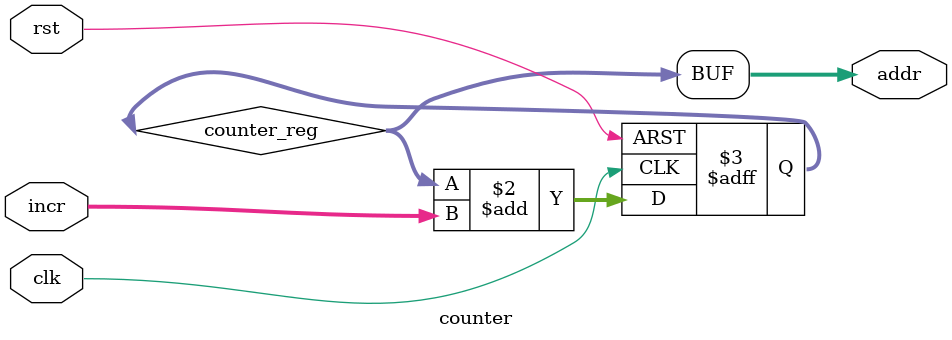
<source format=sv>
module counter (
  input logic clk,             // clock input
  input logic rst,             // reset signal
  input logic [7:0] incr,      // increment input, controls counter step
  output logic [7:0] addr      // output address signal
);

  logic [7:0] counter_reg;     // 8-bit counter register

  // Operate on the rising edge of the clock or when reset
  always_ff @(posedge clk or posedge rst) begin
    if (rst)
      counter_reg <= 8'b0;     // reset counter to zero
    else
      counter_reg <= counter_reg + incr; // increment counter by the increment value each clock cycle
  end

  assign addr = counter_reg;   // output the current counter value as the address
endmodule

</source>
